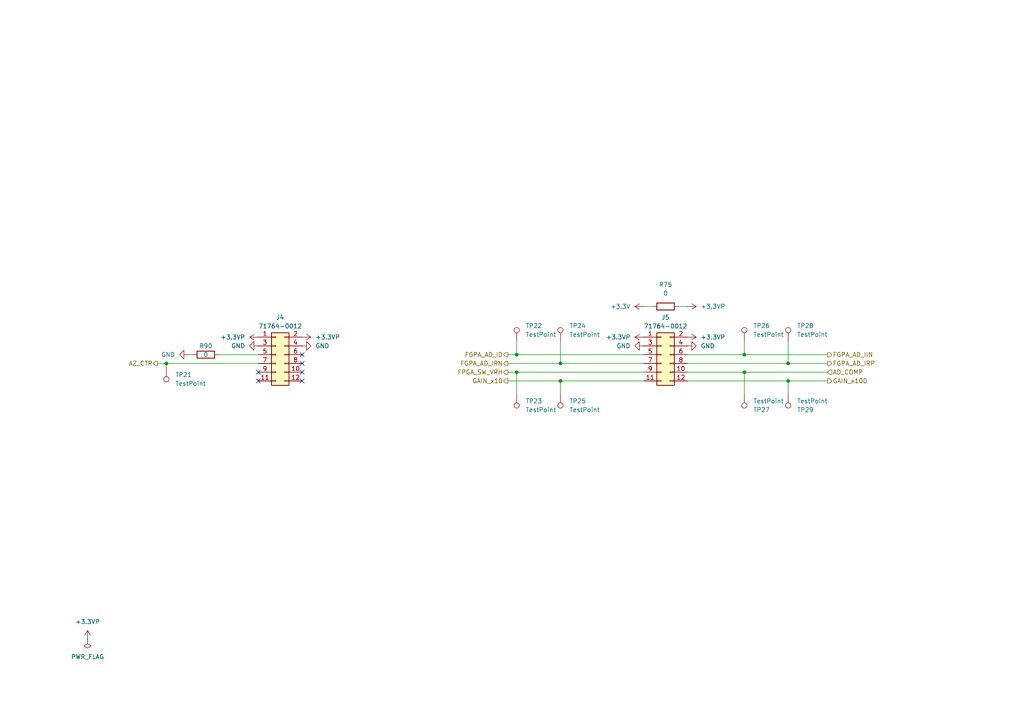
<source format=kicad_sch>
(kicad_sch (version 20250114) (generator "eeschema") (generator_version "9.0")
  (paper "A4")
  (lib_symbols
    (symbol "Connector:TestPoint" (pin_numbers (hide yes)) (pin_names (offset 0.762) (hide yes))
      (property "Reference" "TP" (at 0 6.858 0))
      (property "Value" "TestPoint" (at 0 5.08 0))
      (symbol "TestPoint_0_1"
        (circle (center 0 3.302) (radius 0.762))
      )
      (symbol "TestPoint_1_1"
        (pin passive line (at 0 0 90) (length 2.54) (name "1") (number "1"))
      )
    )
    (symbol "Connector_Generic:Conn_02x06_Odd_Even" (pin_names (offset 1.016) (hide yes))
      (property "Reference" "J" (at 1.27 7.62 0))
      (property "Value" "Conn_02x06_Odd_Even" (at 1.27 -10.16 0))
      (symbol "Conn_02x06_Odd_Even_1_1"
        (rectangle (start -1.27 6.35) (end 3.81 -8.89) (stroke (width 0.254)) (fill (type background)))
        (rectangle (start -1.27 5.207) (end 0 4.953) (stroke (width 0.1524)))
        (rectangle (start -1.27 2.667) (end 0 2.413) (stroke (width 0.1524)))
        (rectangle (start -1.27 0.127) (end 0 -0.127) (stroke (width 0.1524)))
        (rectangle (start -1.27 -2.413) (end 0 -2.667) (stroke (width 0.1524)))
        (rectangle (start -1.27 -4.953) (end 0 -5.207) (stroke (width 0.1524)))
        (rectangle (start -1.27 -7.493) (end 0 -7.747) (stroke (width 0.1524)))
        (rectangle (start 3.81 5.207) (end 2.54 4.953) (stroke (width 0.1524)))
        (rectangle (start 3.81 2.667) (end 2.54 2.413) (stroke (width 0.1524)))
        (rectangle (start 3.81 0.127) (end 2.54 -0.127) (stroke (width 0.1524)))
        (rectangle (start 3.81 -2.413) (end 2.54 -2.667) (stroke (width 0.1524)))
        (rectangle (start 3.81 -4.953) (end 2.54 -5.207) (stroke (width 0.1524)))
        (rectangle (start 3.81 -7.493) (end 2.54 -7.747) (stroke (width 0.1524)))
        (pin passive line (at -5.08 5.08 0) (length 3.81) (name "Pin_1") (number "1"))
        (pin passive line (at -5.08 2.54 0) (length 3.81) (name "Pin_3") (number "3"))
        (pin passive line (at -5.08 0 0) (length 3.81) (name "Pin_5") (number "5"))
        (pin passive line (at -5.08 -2.54 0) (length 3.81) (name "Pin_7") (number "7"))
        (pin passive line (at -5.08 -5.08 0) (length 3.81) (name "Pin_9") (number "9"))
        (pin passive line (at -5.08 -7.62 0) (length 3.81) (name "Pin_11") (number "11"))
        (pin passive line (at 7.62 5.08 180) (length 3.81) (name "Pin_2") (number "2"))
        (pin passive line (at 7.62 2.54 180) (length 3.81) (name "Pin_4") (number "4"))
        (pin passive line (at 7.62 0 180) (length 3.81) (name "Pin_6") (number "6"))
        (pin passive line (at 7.62 -2.54 180) (length 3.81) (name "Pin_8") (number "8"))
        (pin passive line (at 7.62 -5.08 180) (length 3.81) (name "Pin_10") (number "10"))
        (pin passive line (at 7.62 -7.62 180) (length 3.81) (name "Pin_12") (number "12"))
      )
    )
    (symbol "Device:R" (pin_numbers (hide yes)) (pin_names (offset 0))
      (property "Reference" "R" (at 2.032 0 90))
      (property "Value" "R" (at 0 0 90))
      (symbol "R_0_1"
        (rectangle (start -1.016 -2.54) (end 1.016 2.54) (stroke (width 0.254)))
      )
      (symbol "R_1_1"
        (pin passive line (at 0 3.81 270) (length 1.27) (name "~") (number "1"))
        (pin passive line (at 0 -3.81 90) (length 1.27) (name "~") (number "2"))
      )
    )
    (symbol "power:+3.3V" (power) (pin_numbers (hide yes)) (pin_names (offset 0) (hide yes))
      (property "Value" "+3.3V" (at 0 3.556 0))
      (symbol "+3.3V_0_1"
        (polyline (pts (xy -0.762 1.27) (xy 0 2.54)))
        (polyline (pts (xy 0 2.54) (xy 0.762 1.27)))
        (polyline (pts (xy 0 0) (xy 0 2.54)))
      )
      (symbol "+3.3V_1_1"
        (pin power_in line (at 0 0 90) (length 0) (name "~") (number "1"))
      )
    )
    (symbol "power:+3.3VP" (power) (pin_numbers (hide yes)) (pin_names (offset 0) (hide yes))
      (property "Value" "+3.3VP" (at 0 3.556 0))
      (symbol "+3.3VP_0_0"
        (pin power_in line (at 0 0 90) (length 0) (name "~") (number "1"))
      )
      (symbol "+3.3VP_0_1"
        (polyline (pts (xy -0.762 1.27) (xy 0 2.54)))
        (polyline (pts (xy 0 2.54) (xy 0.762 1.27)))
        (polyline (pts (xy 0 0) (xy 0 2.54)))
      )
    )
    (symbol "power:GND" (power) (pin_numbers (hide yes)) (pin_names (offset 0) (hide yes))
      (property "Value" "GND" (at 0 -3.81 0))
      (symbol "GND_0_1"
        (polyline (pts (xy 0 0) (xy 0 -1.27) (xy 1.27 -1.27) (xy 0 -2.54) (xy -1.27 -1.27) (xy 0 -1.27)))
      )
      (symbol "GND_1_1"
        (pin power_in line (at 0 0 270) (length 0) (name "~") (number "1"))
      )
    )
    (symbol "power:PWR_FLAG" (power) (pin_numbers (hide yes)) (pin_names (offset 0) (hide yes))
      (property "Value" "PWR_FLAG" (at 0 3.81 0))
      (symbol "PWR_FLAG_0_0"
        (pin power_out line (at 0 0 90) (length 0) (name "~") (number "1"))
      )
      (symbol "PWR_FLAG_0_1"
        (polyline (pts (xy 0 0) (xy 0 1.27) (xy -1.016 1.905) (xy 0 2.54) (xy 1.016 1.905) (xy 0 1.27)))
      )
    )
  )
  (junction (at 215.9 102.87))
  (junction (at 162.56 110.49))
  (junction (at 228.6 110.49))
  (junction (at 215.9 107.95))
  (junction (at 162.56 105.41))
  (junction (at 149.86 102.87))
  (junction (at 228.6 105.41))
  (junction (at 149.86 107.95))
  (junction (at 48.26 105.41))
  (no_connect (at 87.63 110.49))
  (no_connect (at 87.63 105.41))
  (no_connect (at 74.93 107.95))
  (no_connect (at 87.63 102.87))
  (no_connect (at 74.93 110.49))
  (no_connect (at 87.63 107.95))
  (wire (pts (xy 149.86 102.87) (xy 186.69 102.87)))
  (wire (pts (xy 162.56 110.49) (xy 186.69 110.49)))
  (wire (pts (xy 45.72 105.41) (xy 48.26 105.41)))
  (wire (pts (xy 228.6 110.49) (xy 228.6 114.3)))
  (wire (pts (xy 199.39 105.41) (xy 228.6 105.41)))
  (wire (pts (xy 48.26 105.41) (xy 74.93 105.41)))
  (wire (pts (xy 215.9 99.06) (xy 215.9 102.87)))
  (wire (pts (xy 199.39 102.87) (xy 215.9 102.87)))
  (wire (pts (xy 162.56 99.06) (xy 162.56 105.41)))
  (wire (pts (xy 149.86 99.06) (xy 149.86 102.87)))
  (wire (pts (xy 228.6 99.06) (xy 228.6 105.41)))
  (wire (pts (xy 147.32 110.49) (xy 162.56 110.49)))
  (wire (pts (xy 149.86 107.95) (xy 186.69 107.95)))
  (wire (pts (xy 186.69 88.9) (xy 189.23 88.9)))
  (wire (pts (xy 196.85 88.9) (xy 199.39 88.9)))
  (wire (pts (xy 228.6 105.41) (xy 240.03 105.41)))
  (wire (pts (xy 215.9 102.87) (xy 240.03 102.87)))
  (wire (pts (xy 63.5 102.87) (xy 74.93 102.87)))
  (wire (pts (xy 48.26 106.68) (xy 48.26 105.41)))
  (wire (pts (xy 162.56 105.41) (xy 186.69 105.41)))
  (wire (pts (xy 149.86 107.95) (xy 149.86 114.3)))
  (wire (pts (xy 215.9 107.95) (xy 215.9 114.3)))
  (wire (pts (xy 147.32 107.95) (xy 149.86 107.95)))
  (wire (pts (xy 199.39 107.95) (xy 215.9 107.95)))
  (wire (pts (xy 147.32 102.87) (xy 149.86 102.87)))
  (wire (pts (xy 54.61 102.87) (xy 55.88 102.87)))
  (wire (pts (xy 199.39 110.49) (xy 228.6 110.49)))
  (wire (pts (xy 228.6 110.49) (xy 240.03 110.49)))
  (wire (pts (xy 147.32 105.41) (xy 162.56 105.41)))
  (wire (pts (xy 162.56 110.49) (xy 162.56 114.3)))
  (wire (pts (xy 215.9 107.95) (xy 240.03 107.95)))
  (hierarchical_label "FGPA_AD_ID" (shape output) (at 147.32 102.87 180))
  (hierarchical_label "FPGA_SW_VRH" (shape output) (at 147.32 107.95 180))
  (hierarchical_label "AZ_CTR" (shape output) (at 45.72 105.41 180))
  (hierarchical_label "GAIN_x10" (shape output) (at 147.32 110.49 180))
  (hierarchical_label "GAIN_x100" (shape output) (at 240.03 110.49 0))
  (hierarchical_label "FGPA_AD_IRN" (shape output) (at 147.32 105.41 180))
  (hierarchical_label "FGPA_AD_IRP" (shape output) (at 240.03 105.41 0))
  (hierarchical_label "AD_COMP" (shape input) (at 240.03 107.95 0))
  (hierarchical_label "FGPA_AD_IIN" (shape output) (at 240.03 102.87 0))
  (symbol (lib_id "Connector:TestPoint") (at 215.9 99.06 0) (unit 1) (in_bom no)
    (property "Reference" "TP26" (at 218.44 94.4879 0) (effects (justify left)))
    (property "Value" "TestPoint" (at 218.44 97.0279 0) (effects (justify left)))
    (property "Footprint" "TestPoint:TestPoint_Pad_D2.0mm" (effects (hide yes)))
    (property "Description" "test point" (effects (hide yes)))
  )
  (symbol (lib_id "Connector:TestPoint") (at 215.9 114.3 0) (mirror x) (unit 1) (in_bom no)
    (property "Reference" "TP27" (at 218.44 118.8721 0) (effects (justify left)))
    (property "Value" "TestPoint" (at 218.44 116.3321 0) (effects (justify left)))
    (property "Footprint" "TestPoint:TestPoint_Pad_D2.0mm" (effects (hide yes)))
    (property "Description" "test point" (effects (hide yes)))
  )
  (symbol (lib_id "Connector:TestPoint") (at 48.26 106.68 180) (unit 1) (in_bom no)
    (property "Reference" "TP21" (at 50.8 108.7119 0) (effects (justify right)))
    (property "Value" "TestPoint" (at 50.8 111.2519 0) (effects (justify right)))
    (property "Footprint" "TestPoint:TestPoint_Pad_D2.0mm" (effects (hide yes)))
    (property "Description" "test point" (effects (hide yes)))
  )
  (symbol (lib_id "power:GND") (at 199.39 100.33 90) (mirror x) (unit 1)
    (property "Reference" "#PWR0149" (effects (hide yes)))
    (property "Value" "GND" (at 203.2 100.3299 90) (effects (justify right)))
    (property "Description" "Power symbol creates a global label with name \"GND\" , ground" (effects (hide yes)))
  )
  (symbol (lib_id "Connector:TestPoint") (at 162.56 99.06 0) (unit 1) (in_bom no)
    (property "Reference" "TP24" (at 165.1 94.4879 0) (effects (justify left)))
    (property "Value" "TestPoint" (at 165.1 97.0279 0) (effects (justify left)))
    (property "Footprint" "TestPoint:TestPoint_Pad_D2.0mm" (effects (hide yes)))
    (property "Description" "test point" (effects (hide yes)))
  )
  (symbol (lib_id "Connector:TestPoint") (at 149.86 99.06 0) (unit 1) (in_bom no)
    (property "Reference" "TP22" (at 152.4 94.4879 0) (effects (justify left)))
    (property "Value" "TestPoint" (at 152.4 97.0279 0) (effects (justify left)))
    (property "Footprint" "TestPoint:TestPoint_Pad_D2.0mm" (effects (hide yes)))
    (property "Description" "test point" (effects (hide yes)))
  )
  (symbol (lib_id "power:+3.3VP") (at 186.69 97.79 90) (unit 1)
    (property "Reference" "#PWR0145" (effects (hide yes)))
    (property "Value" "+3.3VP" (at 182.88 97.7899 90) (effects (justify left)))
    (property "Description" "Power symbol creates a global label with name \"+3.3VP\"" (effects (hide yes)))
  )
  (symbol (lib_id "power:GND") (at 74.93 100.33 270) (mirror x) (unit 1)
    (property "Reference" "#PWR0141" (effects (hide yes)))
    (property "Value" "GND" (at 71.12 100.3299 90) (effects (justify right)))
    (property "Description" "Power symbol creates a global label with name \"GND\" , ground" (effects (hide yes)))
  )
  (symbol (lib_id "power:PWR_FLAG") (at 25.4 185.42 180) (unit 1)
    (property "Reference" "#FLG014" (effects (hide yes)))
    (property "Value" "PWR_FLAG" (at 25.4 190.5 0))
    (property "Description" "Special symbol for telling ERC where power comes from" (effects (hide yes)))
  )
  (symbol (lib_id "power:GND") (at 186.69 100.33 270) (mirror x) (unit 1)
    (property "Reference" "#PWR0146" (effects (hide yes)))
    (property "Value" "GND" (at 182.88 100.3299 90) (effects (justify right)))
    (property "Description" "Power symbol creates a global label with name \"GND\" , ground" (effects (hide yes)))
  )
  (symbol (lib_id "Device:R") (at 59.69 102.87 90) (unit 1)
    (property "Reference" "R90" (at 59.69 100.33 90))
    (property "Value" "0" (at 59.69 102.87 90))
    (property "Footprint" "Resistor_SMD:R_0603_1608Metric" (effects (hide yes)))
    (property "Description" "Resistor" (effects (hide yes)))
  )
  (symbol (lib_id "Connector_Generic:Conn_02x06_Odd_Even") (at 191.77 102.87 0) (unit 1)
    (property "Reference" "J5" (at 193.04 92.075 0))
    (property "Value" "71764-0012" (at 193.04 94.615 0))
    (property "Footprint" "Connector_PinHeader_2.54mm:PinHeader_2x06_P2.54mm_Horizontal" (effects (hide yes)))
  )
  (symbol (lib_id "power:GND") (at 87.63 100.33 90) (mirror x) (unit 1)
    (property "Reference" "#PWR0143" (effects (hide yes)))
    (property "Value" "GND" (at 91.44 100.3299 90) (effects (justify right)))
    (property "Description" "Power symbol creates a global label with name \"GND\" , ground" (effects (hide yes)))
  )
  (symbol (lib_id "Connector:TestPoint") (at 149.86 114.3 180) (unit 1) (in_bom no)
    (property "Reference" "TP23" (at 152.4 116.3319 0) (effects (justify right)))
    (property "Value" "TestPoint" (at 152.4 118.8719 0) (effects (justify right)))
    (property "Footprint" "TestPoint:TestPoint_Pad_D2.0mm" (effects (hide yes)))
    (property "Description" "test point" (effects (hide yes)))
  )
  (symbol (lib_id "power:+3.3VP") (at 25.4 185.42 0) (unit 1)
    (property "Reference" "#PWR0139" (effects (hide yes)))
    (property "Value" "+3.3VP" (at 25.4 180.34 0))
    (property "Description" "Power symbol creates a global label with name \"+3.3VP\"" (effects (hide yes)))
  )
  (symbol (lib_id "Device:R") (at 193.04 88.9 90) (unit 1)
    (property "Reference" "R75" (at 193.04 82.55 90))
    (property "Value" "0" (at 193.04 85.09 90))
    (property "Footprint" "Resistor_SMD:R_0603_1608Metric" (effects (hide yes)))
    (property "Description" "Resistor" (effects (hide yes)))
  )
  (symbol (lib_id "Connector:TestPoint") (at 228.6 99.06 0) (unit 1) (in_bom no)
    (property "Reference" "TP28" (at 231.14 94.4879 0) (effects (justify left)))
    (property "Value" "TestPoint" (at 231.14 97.0279 0) (effects (justify left)))
    (property "Footprint" "TestPoint:TestPoint_Pad_D2.0mm" (effects (hide yes)))
    (property "Description" "test point" (effects (hide yes)))
  )
  (symbol (lib_id "power:GND") (at 54.61 102.87 270) (unit 1)
    (property "Reference" "#PWR0179" (effects (hide yes)))
    (property "Value" "GND" (at 50.8 102.8699 90) (effects (justify right)))
    (property "Description" "Power symbol creates a global label with name \"GND\" , ground" (effects (hide yes)))
  )
  (symbol (lib_id "Connector_Generic:Conn_02x06_Odd_Even") (at 80.01 102.87 0) (unit 1)
    (property "Reference" "J4" (at 81.28 92.075 0))
    (property "Value" "71764-0012" (at 81.28 94.615 0))
    (property "Footprint" "Connector_PinHeader_2.54mm:PinHeader_2x06_P2.54mm_Horizontal" (effects (hide yes)))
  )
  (symbol (lib_id "Connector:TestPoint") (at 162.56 114.3 180) (unit 1) (in_bom no)
    (property "Reference" "TP25" (at 165.1 116.3319 0) (effects (justify right)))
    (property "Value" "TestPoint" (at 165.1 118.8719 0) (effects (justify right)))
    (property "Footprint" "TestPoint:TestPoint_Pad_D2.0mm" (effects (hide yes)))
    (property "Description" "test point" (effects (hide yes)))
  )
  (symbol (lib_id "power:+3.3VP") (at 74.93 97.79 90) (unit 1)
    (property "Reference" "#PWR0140" (effects (hide yes)))
    (property "Value" "+3.3VP" (at 71.12 97.7899 90) (effects (justify left)))
    (property "Description" "Power symbol creates a global label with name \"+3.3VP\"" (effects (hide yes)))
  )
  (symbol (lib_id "power:+3.3VP") (at 87.63 97.79 270) (unit 1)
    (property "Reference" "#PWR0142" (effects (hide yes)))
    (property "Value" "+3.3VP" (at 91.44 97.7899 90) (effects (justify left)))
    (property "Description" "Power symbol creates a global label with name \"+3.3VP\"" (effects (hide yes)))
  )
  (symbol (lib_id "power:+3.3VP") (at 199.39 97.79 270) (unit 1)
    (property "Reference" "#PWR0148" (effects (hide yes)))
    (property "Value" "+3.3VP" (at 203.2 97.7899 90) (effects (justify left)))
    (property "Description" "Power symbol creates a global label with name \"+3.3VP\"" (effects (hide yes)))
  )
  (symbol (lib_id "power:+3.3V") (at 186.69 88.9 90) (unit 1)
    (property "Reference" "#PWR0144" (effects (hide yes)))
    (property "Value" "+3.3V" (at 182.88 88.8999 90) (effects (justify left)))
    (property "Description" "Power symbol creates a global label with name \"+3.3V\"" (effects (hide yes)))
  )
  (symbol (lib_id "power:+3.3VP") (at 199.39 88.9 270) (unit 1)
    (property "Reference" "#PWR0147" (effects (hide yes)))
    (property "Value" "+3.3VP" (at 203.2 88.8999 90) (effects (justify left)))
    (property "Description" "Power symbol creates a global label with name \"+3.3VP\"" (effects (hide yes)))
  )
  (symbol (lib_id "Connector:TestPoint") (at 228.6 114.3 0) (mirror x) (unit 1) (in_bom no)
    (property "Reference" "TP29" (at 231.14 118.8721 0) (effects (justify left)))
    (property "Value" "TestPoint" (at 231.14 116.3321 0) (effects (justify left)))
    (property "Footprint" "TestPoint:TestPoint_Pad_D2.0mm" (effects (hide yes)))
    (property "Description" "test point" (effects (hide yes)))
  )
)
</source>
